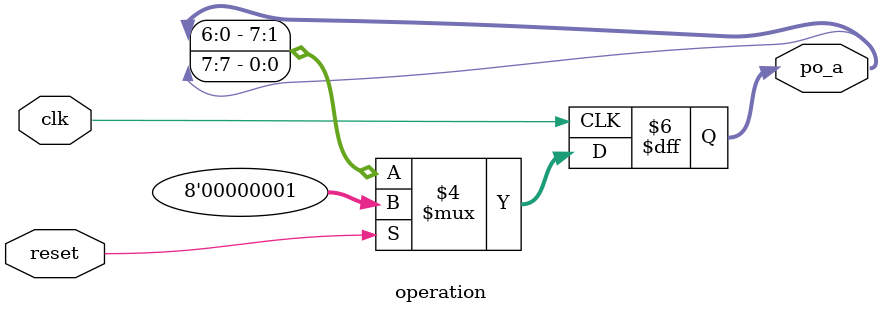
<source format=v>

module operation(
	input	wire			clk,
	input 	wire 			reset,
	output 	reg 	[7:0] 	po_a
	);

// always @(posedge clk)
// 	if(reset == 1'b1)
// 		po_a <= 8'b0000_0001;
// 	else if(po_a == 8'b1000_0000)
// 		po_a <= 8'b0000_0001;
// 	else	
// 		po_a <= po_a << 1;


always @(posedge clk)
	if(reset == 1'b1)
		po_a <= 8'b0000_0001;
	// else if(po_a == 8'b1000_0000)
	// 	po_a <= 8'b0000_0001;
	else 
		po_a <= {po_a[6:0],po_a[7]};
endmodule
</source>
